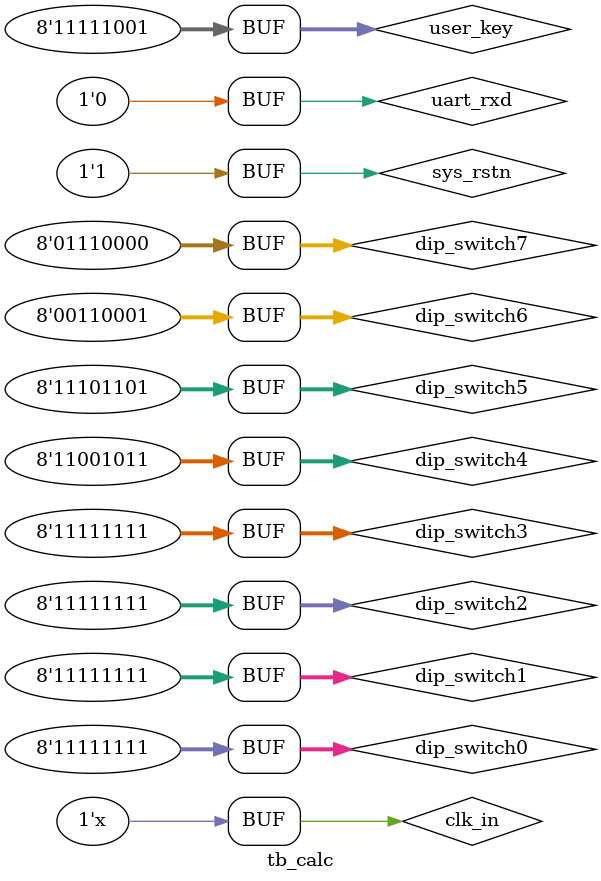
<source format=v>
`timescale 1ns / 1ps


module tb_calc;

	// Inputs
	reg clk_in;
	reg sys_rstn;
	reg [7:0] dip_switch0;
	reg [7:0] dip_switch1;
	reg [7:0] dip_switch2;
	reg [7:0] dip_switch3;
	reg [7:0] dip_switch4;
	reg [7:0] dip_switch5;
	reg [7:0] dip_switch6;
	reg [7:0] dip_switch7;
	reg [7:0] user_key; 
	reg uart_rxd;

	// Outputs
	wire [31:0] led_light;
	wire [7:0] digital_tube2;
	wire digital_tube_sel2;
	wire [7:0] digital_tube1;
	wire [3:0] digital_tube_sel1;
	wire [7:0] digital_tube0;
	wire [3:0] digital_tube_sel0;
	wire uart_txd;

	// Instantiate the Unit Under Test (UUT)
	fpga_top uut (
		.clk_in(clk_in), 
		.sys_rstn(sys_rstn), 
		.dip_switch0(dip_switch0), 
		.dip_switch1(dip_switch1), 
		.dip_switch2(dip_switch2), 
		.dip_switch3(dip_switch3), 
		.dip_switch4(dip_switch4), 
		.dip_switch5(dip_switch5), 
		.dip_switch6(dip_switch6), 
		.dip_switch7(dip_switch7), 
		.user_key(user_key), 
		.led_light(led_light), 
		.digital_tube2(digital_tube2), 
		.digital_tube_sel2(digital_tube_sel2), 
		.digital_tube1(digital_tube1), 
		.digital_tube_sel1(digital_tube_sel1), 
		.digital_tube0(digital_tube0), 
		.digital_tube_sel0(digital_tube_sel0), 
		.uart_rxd(uart_rxd), 
		.uart_txd(uart_txd)
	);

	initial begin
		// Initialize Inputs
		clk_in = 0;
		sys_rstn = 0;
		{dip_switch3, dip_switch2, dip_switch1, dip_switch0} = ~32'h0;
		{dip_switch7, dip_switch6, dip_switch5, dip_switch4} = ~32'h8fce_1234;
		user_key = 8'b1111_1001;
		uart_rxd = 1'b0;

		// Wait 100 ns for global reset to finish
		#30;
        sys_rstn = 1;
	end
    
	always #20 clk_in = ~clk_in;
endmodule


</source>
